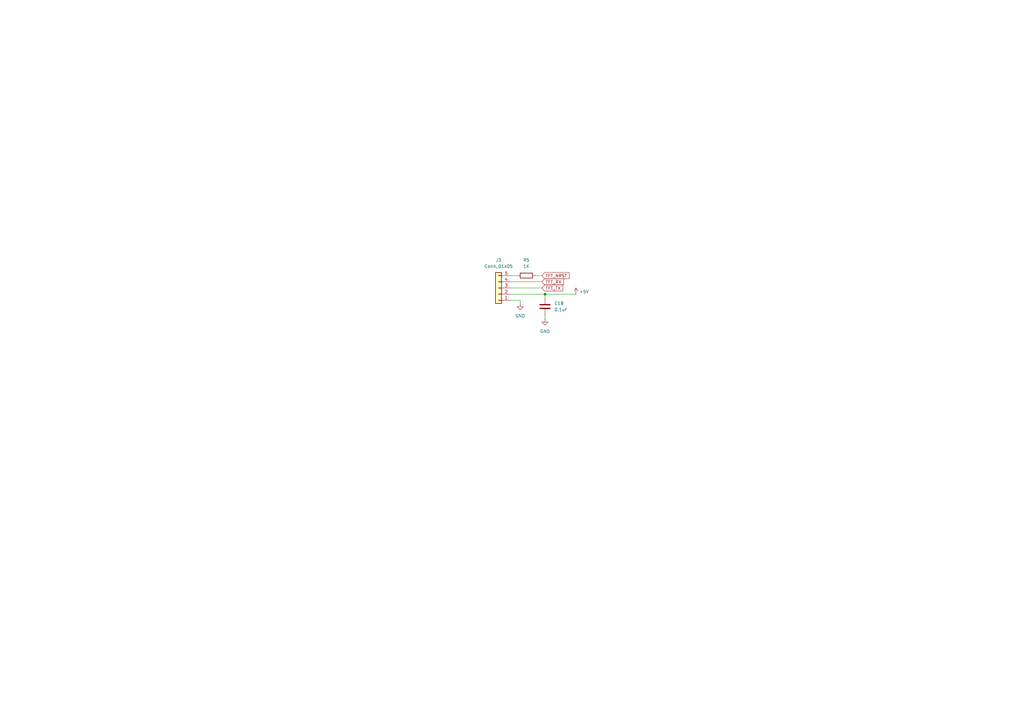
<source format=kicad_sch>
(kicad_sch (version 20250114) (generator "eeschema") (generator_version "9.0")
  (paper "A3")
  (lib_symbols
    (symbol "Connector_Generic:Conn_01x05" (pin_names (offset 1.016) (hide yes))
      (property "Reference" "J" (at 0 7.62 0))
      (property "Value" "Conn_01x05" (at 0 -7.62 0))
      (symbol "Conn_01x05_1_1"
        (rectangle (start -1.27 6.35) (end 1.27 -6.35) (stroke (width 0.254)) (fill (type background)))
        (rectangle (start -1.27 5.207) (end 0 4.953) (stroke (width 0.1524)))
        (rectangle (start -1.27 2.667) (end 0 2.413) (stroke (width 0.1524)))
        (rectangle (start -1.27 0.127) (end 0 -0.127) (stroke (width 0.1524)))
        (rectangle (start -1.27 -2.413) (end 0 -2.667) (stroke (width 0.1524)))
        (rectangle (start -1.27 -4.953) (end 0 -5.207) (stroke (width 0.1524)))
        (pin passive line (at -5.08 5.08 0) (length 3.81) (name "Pin_1") (number "1"))
        (pin passive line (at -5.08 2.54 0) (length 3.81) (name "Pin_2") (number "2"))
        (pin passive line (at -5.08 0 0) (length 3.81) (name "Pin_3") (number "3"))
        (pin passive line (at -5.08 -2.54 0) (length 3.81) (name "Pin_4") (number "4"))
        (pin passive line (at -5.08 -5.08 0) (length 3.81) (name "Pin_5") (number "5"))
      )
    )
    (symbol "Device:C" (pin_numbers (hide yes)) (pin_names (offset 0.254))
      (property "Reference" "C" (at 0.635 2.54 0))
      (property "Value" "C" (at 0.635 -2.54 0))
      (symbol "C_0_1"
        (polyline (pts (xy -2.032 0.762) (xy 2.032 0.762)) (stroke (width 0.508)))
        (polyline (pts (xy -2.032 -0.762) (xy 2.032 -0.762)) (stroke (width 0.508)))
      )
      (symbol "C_1_1"
        (pin passive line (at 0 3.81 270) (length 2.794) (name "~") (number "1"))
        (pin passive line (at 0 -3.81 90) (length 2.794) (name "~") (number "2"))
      )
    )
    (symbol "Device:R" (pin_numbers (hide yes)) (pin_names (offset 0))
      (property "Reference" "R" (at 2.032 0 90))
      (property "Value" "R" (at 0 0 90))
      (symbol "R_0_1"
        (rectangle (start -1.016 -2.54) (end 1.016 2.54) (stroke (width 0.254)))
      )
      (symbol "R_1_1"
        (pin passive line (at 0 3.81 270) (length 1.27) (name "~") (number "1"))
        (pin passive line (at 0 -3.81 90) (length 1.27) (name "~") (number "2"))
      )
    )
    (symbol "power:+5V" (power) (pin_numbers (hide yes)) (pin_names (offset 0) (hide yes))
      (property "Value" "+5V" (at 0 3.556 0))
      (symbol "+5V_0_1"
        (polyline (pts (xy -0.762 1.27) (xy 0 2.54)))
        (polyline (pts (xy 0 2.54) (xy 0.762 1.27)))
        (polyline (pts (xy 0 0) (xy 0 2.54)))
      )
      (symbol "+5V_1_1"
        (pin power_in line (at 0 0 90) (length 0) (name "~") (number "1"))
      )
    )
    (symbol "power:GND" (power) (pin_numbers (hide yes)) (pin_names (offset 0) (hide yes))
      (property "Value" "GND" (at 0 -3.81 0))
      (symbol "GND_0_1"
        (polyline (pts (xy 0 0) (xy 0 -1.27) (xy 1.27 -1.27) (xy 0 -2.54) (xy -1.27 -1.27) (xy 0 -1.27)))
      )
      (symbol "GND_1_1"
        (pin power_in line (at 0 0 270) (length 0) (name "~") (number "1"))
      )
    )
  )
  (junction (at 223.52 120.65))
  (wire (pts (xy 222.25 115.57) (xy 209.55 115.57)))
  (wire (pts (xy 222.25 118.11) (xy 209.55 118.11)))
  (wire (pts (xy 213.36 123.19) (xy 209.55 123.19)))
  (wire (pts (xy 223.52 120.65) (xy 236.22 120.65)))
  (wire (pts (xy 223.52 121.92) (xy 223.52 120.65)))
  (wire (pts (xy 212.09 113.03) (xy 209.55 113.03)))
  (wire (pts (xy 223.52 130.81) (xy 223.52 129.54)))
  (wire (pts (xy 222.25 113.03) (xy 219.71 113.03)))
  (wire (pts (xy 209.55 120.65) (xy 223.52 120.65)))
  (wire (pts (xy 213.36 124.46) (xy 213.36 123.19)))
  (global_label "TFT_TX" (shape input) (at 222.25 118.11 0) (property "Intersheetrefs" "${INTERSHEET_REFS}" (effects (hide yes))))
  (global_label "TFT_RX" (shape input) (at 222.25 115.57 0) (property "Intersheetrefs" "${INTERSHEET_REFS}" (effects (hide yes))))
  (global_label "TFT_NRST" (shape input) (at 222.25 113.03 0) (property "Intersheetrefs" "${INTERSHEET_REFS}" (effects (hide yes))))
  (symbol (lib_id "Connector_Generic:Conn_01x05") (at 204.47 118.11 180) (unit 1)
    (property "Reference" "J3" (at 204.47 106.68 0))
    (property "Value" "Conn_01x05" (at 204.47 109.22 0))
    (property "Footprint" "Connector_JST:JST_XH_B5B-XH-AM_1x05_P2.50mm_Vertical" (effects (hide yes)))
    (property "Description" "Generic connector, single row, 01x05, script generated (kicad-library-utils/schlib/autogen/connector/)" (effects (hide yes)))
  )
  (symbol (lib_id "power:GND") (at 223.52 130.81 0) (unit 1)
    (property "Reference" "#PWR024" (effects (hide yes)))
    (property "Value" "GND" (at 223.52 135.89 0))
    (property "Description" "Power symbol creates a global label with name \"GND\" , ground" (effects (hide yes)))
  )
  (symbol (lib_id "Device:C") (at 223.52 125.73 0) (unit 1)
    (property "Reference" "C18" (at 227.33 124.4599 0) (effects (justify left)))
    (property "Value" "0.1uF" (at 227.33 126.9999 0) (effects (justify left)))
    (property "Footprint" "Capacitor_SMD:C_0402_1005Metric" (effects (hide yes)))
    (property "Description" "Unpolarized capacitor" (effects (hide yes)))
  )
  (symbol (lib_id "power:GND") (at 213.36 124.46 0) (unit 1)
    (property "Reference" "#PWR023" (effects (hide yes)))
    (property "Value" "GND" (at 213.36 129.54 0))
    (property "Description" "Power symbol creates a global label with name \"GND\" , ground" (effects (hide yes)))
  )
  (symbol (lib_id "Device:R") (at 215.9 113.03 90) (unit 1)
    (property "Reference" "R5" (at 215.9 106.68 90))
    (property "Value" "1K" (at 215.9 109.22 90))
    (property "Footprint" "Resistor_SMD:R_0402_1005Metric" (effects (hide yes)))
    (property "Description" "Resistor" (effects (hide yes)))
  )
  (symbol (lib_id "power:+5V") (at 236.22 120.65 0) (unit 1)
    (property "Reference" "#PWR05" (effects (hide yes)))
    (property "Value" "+5V" (at 239.522 119.634 0))
    (property "Description" "Power symbol creates a global label with name \"+5V\"" (effects (hide yes)))
  )
)
</source>
